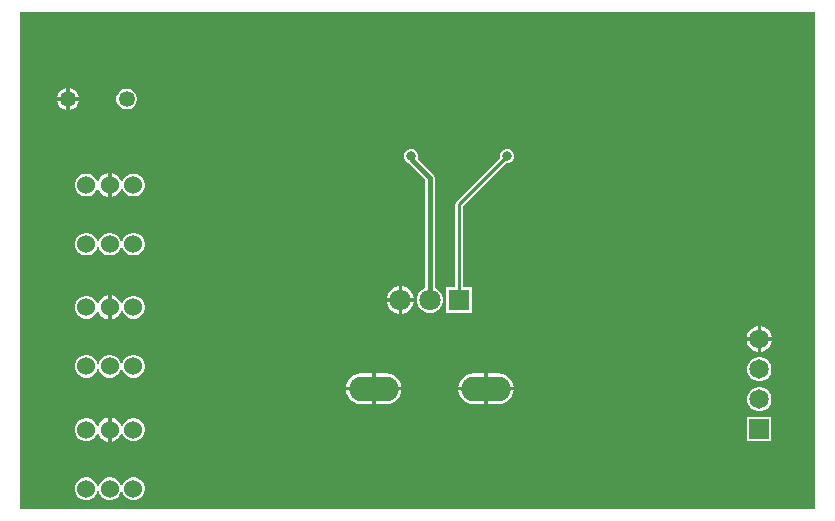
<source format=gbr>
G04*
G04 #@! TF.GenerationSoftware,Altium Limited,Altium Designer,22.4.2 (48)*
G04*
G04 Layer_Physical_Order=1*
G04 Layer_Color=255*
%FSLAX25Y25*%
%MOIN*%
G70*
G04*
G04 #@! TF.SameCoordinates,AD9AAAA9-8C15-4E76-B8C9-5665C563ED73*
G04*
G04*
G04 #@! TF.FilePolarity,Positive*
G04*
G01*
G75*
%ADD10C,0.01000*%
%ADD23C,0.01500*%
%ADD24C,0.06000*%
%ADD25C,0.07087*%
%ADD26R,0.07087X0.07087*%
%ADD27O,0.16535X0.08268*%
%ADD28R,0.06500X0.06500*%
%ADD29C,0.06500*%
%ADD30C,0.05315*%
%ADD31C,0.03150*%
G36*
X479493Y313007D02*
X214507D01*
Y478493D01*
X479493D01*
Y313007D01*
D02*
G37*
%LPC*%
G36*
X231070Y453126D02*
Y450100D01*
X234096D01*
X233879Y450912D01*
X233397Y451746D01*
X232716Y452427D01*
X231882Y452908D01*
X231070Y453126D01*
D02*
G37*
G36*
X229871D02*
X229059Y452908D01*
X228225Y452427D01*
X227544Y451746D01*
X227062Y450912D01*
X226845Y450100D01*
X229871D01*
Y453126D01*
D02*
G37*
G36*
X250609Y452945D02*
X249702D01*
X248826Y452710D01*
X248040Y452257D01*
X247399Y451615D01*
X246945Y450830D01*
X246711Y449954D01*
Y449047D01*
X246945Y448170D01*
X247399Y447385D01*
X248040Y446743D01*
X248826Y446290D01*
X249702Y446055D01*
X250609D01*
X251485Y446290D01*
X252271Y446743D01*
X252912Y447385D01*
X253366Y448170D01*
X253600Y449047D01*
Y449954D01*
X253366Y450830D01*
X252912Y451615D01*
X252271Y452257D01*
X251485Y452710D01*
X250609Y452945D01*
D02*
G37*
G36*
X234096Y448900D02*
X231070D01*
Y445874D01*
X231882Y446092D01*
X232716Y446573D01*
X233397Y447254D01*
X233879Y448088D01*
X234096Y448900D01*
D02*
G37*
G36*
X229871D02*
X226845D01*
X227062Y448088D01*
X227544Y447254D01*
X228225Y446573D01*
X229059Y446092D01*
X229871Y445874D01*
Y448900D01*
D02*
G37*
G36*
X377470Y432862D02*
X376530D01*
X375662Y432503D01*
X374997Y431838D01*
X374638Y430970D01*
Y430030D01*
X374648Y430005D01*
X360072Y415428D01*
X359787Y415002D01*
X359687Y414500D01*
Y386831D01*
X356669D01*
Y378169D01*
X365331D01*
Y386831D01*
X362313D01*
Y413956D01*
X376505Y428148D01*
X376530Y428138D01*
X377470D01*
X378338Y428497D01*
X379003Y429162D01*
X379362Y430030D01*
Y430970D01*
X379003Y431838D01*
X378338Y432503D01*
X377470Y432862D01*
D02*
G37*
G36*
X243900Y424823D02*
X242956Y424570D01*
X242044Y424043D01*
X241299Y423299D01*
X240773Y422387D01*
X240712Y422159D01*
X240194D01*
X240155Y422304D01*
X239657Y423168D01*
X238951Y423873D01*
X238088Y424372D01*
X237125Y424630D01*
X236127D01*
X235164Y424372D01*
X234300Y423873D01*
X233595Y423168D01*
X233097Y422304D01*
X232839Y421341D01*
Y420344D01*
X233097Y419381D01*
X233595Y418517D01*
X234300Y417812D01*
X235164Y417313D01*
X236127Y417055D01*
X237125D01*
X238088Y417313D01*
X238951Y417812D01*
X239657Y418517D01*
X240155Y419381D01*
X240194Y419526D01*
X240712D01*
X240773Y419299D01*
X241299Y418387D01*
X242044Y417642D01*
X242956Y417115D01*
X243900Y416862D01*
Y420843D01*
Y424823D01*
D02*
G37*
G36*
X245100D02*
Y420843D01*
Y416862D01*
X246044Y417115D01*
X246956Y417642D01*
X247701Y418387D01*
X248227Y419299D01*
X248288Y419526D01*
X248806D01*
X248845Y419381D01*
X249343Y418517D01*
X250048Y417812D01*
X250912Y417313D01*
X251875Y417055D01*
X252873D01*
X253836Y417313D01*
X254699Y417812D01*
X255405Y418517D01*
X255903Y419381D01*
X256161Y420344D01*
Y421341D01*
X255903Y422304D01*
X255405Y423168D01*
X254699Y423873D01*
X253836Y424372D01*
X252873Y424630D01*
X251875D01*
X250912Y424372D01*
X250048Y423873D01*
X249343Y423168D01*
X248845Y422304D01*
X248806Y422159D01*
X248288D01*
X248227Y422387D01*
X247701Y423299D01*
X246956Y424043D01*
X246044Y424570D01*
X245100Y424823D01*
D02*
G37*
G36*
X252873Y404945D02*
X251875D01*
X250912Y404687D01*
X250048Y404188D01*
X249343Y403483D01*
X248845Y402619D01*
X248696Y402064D01*
X248178D01*
X248029Y402619D01*
X247531Y403483D01*
X246826Y404188D01*
X245962Y404687D01*
X244999Y404945D01*
X244001D01*
X243038Y404687D01*
X242175Y404188D01*
X241469Y403483D01*
X240971Y402619D01*
X240822Y402064D01*
X240304D01*
X240155Y402619D01*
X239657Y403483D01*
X238951Y404188D01*
X238088Y404687D01*
X237125Y404945D01*
X236127D01*
X235164Y404687D01*
X234300Y404188D01*
X233595Y403483D01*
X233097Y402619D01*
X232839Y401656D01*
Y400659D01*
X233097Y399696D01*
X233595Y398832D01*
X234300Y398127D01*
X235164Y397628D01*
X236127Y397370D01*
X237125D01*
X238088Y397628D01*
X238951Y398127D01*
X239657Y398832D01*
X240155Y399696D01*
X240304Y400251D01*
X240822D01*
X240971Y399696D01*
X241469Y398832D01*
X242175Y398127D01*
X243038Y397628D01*
X244001Y397370D01*
X244999D01*
X245962Y397628D01*
X246826Y398127D01*
X247531Y398832D01*
X248029Y399696D01*
X248178Y400251D01*
X248696D01*
X248845Y399696D01*
X249343Y398832D01*
X250048Y398127D01*
X250912Y397628D01*
X251875Y397370D01*
X252873D01*
X253836Y397628D01*
X254699Y398127D01*
X255405Y398832D01*
X255903Y399696D01*
X256161Y400659D01*
Y401656D01*
X255903Y402619D01*
X255405Y403483D01*
X254699Y404188D01*
X253836Y404687D01*
X252873Y404945D01*
D02*
G37*
G36*
X341915Y387043D02*
Y383100D01*
X345858D01*
X345549Y384254D01*
X344951Y385290D01*
X344105Y386136D01*
X343069Y386734D01*
X341915Y387043D01*
D02*
G37*
G36*
X340715D02*
X339561Y386734D01*
X338525Y386136D01*
X337679Y385290D01*
X337081Y384254D01*
X336772Y383100D01*
X340715D01*
Y387043D01*
D02*
G37*
G36*
X243900Y384073D02*
X242956Y383820D01*
X242044Y383293D01*
X241299Y382549D01*
X240773Y381637D01*
X240712Y381409D01*
X240194D01*
X240155Y381554D01*
X239657Y382418D01*
X238951Y383123D01*
X238088Y383622D01*
X237125Y383880D01*
X236127D01*
X235164Y383622D01*
X234300Y383123D01*
X233595Y382418D01*
X233097Y381554D01*
X232839Y380591D01*
Y379594D01*
X233097Y378631D01*
X233595Y377767D01*
X234300Y377062D01*
X235164Y376563D01*
X236127Y376305D01*
X237125D01*
X238088Y376563D01*
X238951Y377062D01*
X239657Y377767D01*
X240155Y378631D01*
X240194Y378776D01*
X240712D01*
X240773Y378549D01*
X241299Y377637D01*
X242044Y376892D01*
X242956Y376365D01*
X243900Y376112D01*
Y380093D01*
Y384073D01*
D02*
G37*
G36*
X345470Y432862D02*
X344530D01*
X343662Y432503D01*
X342997Y431838D01*
X342638Y430970D01*
Y430030D01*
X342997Y429162D01*
X343662Y428497D01*
X344026Y428346D01*
X344207Y428076D01*
X349590Y422693D01*
Y386563D01*
X349486Y386536D01*
X348498Y385965D01*
X347692Y385159D01*
X347122Y384172D01*
X346827Y383070D01*
Y381930D01*
X347122Y380828D01*
X347692Y379841D01*
X348498Y379035D01*
X349486Y378464D01*
X350587Y378169D01*
X351728D01*
X352829Y378464D01*
X353817Y379035D01*
X354623Y379841D01*
X355193Y380828D01*
X355488Y381930D01*
Y383070D01*
X355193Y384172D01*
X354623Y385159D01*
X353817Y385965D01*
X352829Y386536D01*
X352725Y386563D01*
Y423343D01*
X352606Y423942D01*
X352266Y424451D01*
X347164Y429553D01*
X347362Y430030D01*
Y430970D01*
X347003Y431838D01*
X346338Y432503D01*
X345470Y432862D01*
D02*
G37*
G36*
X345858Y381900D02*
X341915D01*
Y377957D01*
X343069Y378266D01*
X344105Y378865D01*
X344951Y379710D01*
X345549Y380746D01*
X345858Y381900D01*
D02*
G37*
G36*
X340715D02*
X336772D01*
X337081Y380746D01*
X337679Y379710D01*
X338525Y378865D01*
X339561Y378266D01*
X340715Y377957D01*
Y381900D01*
D02*
G37*
G36*
X245100Y384073D02*
Y380093D01*
Y376112D01*
X246044Y376365D01*
X246956Y376892D01*
X247701Y377637D01*
X248227Y378549D01*
X248288Y378776D01*
X248806D01*
X248845Y378631D01*
X249343Y377767D01*
X250048Y377062D01*
X250912Y376563D01*
X251875Y376305D01*
X252873D01*
X253836Y376563D01*
X254699Y377062D01*
X255405Y377767D01*
X255903Y378631D01*
X256161Y379594D01*
Y380591D01*
X255903Y381554D01*
X255405Y382418D01*
X254699Y383123D01*
X253836Y383622D01*
X252873Y383880D01*
X251875D01*
X250912Y383622D01*
X250048Y383123D01*
X249343Y382418D01*
X248845Y381554D01*
X248806Y381410D01*
X248288D01*
X248227Y381637D01*
X247701Y382549D01*
X246956Y383293D01*
X246044Y383820D01*
X245100Y384073D01*
D02*
G37*
G36*
X461600Y373739D02*
Y370100D01*
X465239D01*
X464960Y371140D01*
X464401Y372110D01*
X463610Y372901D01*
X462640Y373460D01*
X461600Y373739D01*
D02*
G37*
G36*
X460400D02*
X459360Y373460D01*
X458390Y372901D01*
X457599Y372110D01*
X457040Y371140D01*
X456761Y370100D01*
X460400D01*
Y373739D01*
D02*
G37*
G36*
X465239Y368900D02*
X461600D01*
Y365261D01*
X462640Y365540D01*
X463610Y366099D01*
X464401Y366890D01*
X464960Y367860D01*
X465239Y368900D01*
D02*
G37*
G36*
X460400D02*
X456761D01*
X457040Y367860D01*
X457599Y366890D01*
X458390Y366099D01*
X459360Y365540D01*
X460400Y365261D01*
Y368900D01*
D02*
G37*
G36*
X252873Y364195D02*
X251875D01*
X250912Y363937D01*
X250048Y363438D01*
X249343Y362733D01*
X248845Y361869D01*
X248696Y361314D01*
X248178D01*
X248029Y361869D01*
X247531Y362733D01*
X246826Y363438D01*
X245962Y363937D01*
X244999Y364195D01*
X244001D01*
X243038Y363937D01*
X242175Y363438D01*
X241469Y362733D01*
X240971Y361869D01*
X240822Y361314D01*
X240304D01*
X240155Y361869D01*
X239657Y362733D01*
X238951Y363438D01*
X238088Y363937D01*
X237125Y364195D01*
X236127D01*
X235164Y363937D01*
X234300Y363438D01*
X233595Y362733D01*
X233097Y361869D01*
X232839Y360906D01*
Y359909D01*
X233097Y358946D01*
X233595Y358082D01*
X234300Y357377D01*
X235164Y356878D01*
X236127Y356620D01*
X237125D01*
X238088Y356878D01*
X238951Y357377D01*
X239657Y358082D01*
X240155Y358946D01*
X240304Y359501D01*
X240822D01*
X240971Y358946D01*
X241469Y358082D01*
X242175Y357377D01*
X243038Y356878D01*
X244001Y356620D01*
X244999D01*
X245962Y356878D01*
X246826Y357377D01*
X247531Y358082D01*
X248029Y358946D01*
X248178Y359501D01*
X248696D01*
X248845Y358946D01*
X249343Y358082D01*
X250048Y357377D01*
X250912Y356878D01*
X251875Y356620D01*
X252873D01*
X253836Y356878D01*
X254699Y357377D01*
X255405Y358082D01*
X255903Y358946D01*
X256161Y359909D01*
Y360906D01*
X255903Y361869D01*
X255405Y362733D01*
X254699Y363438D01*
X253836Y363937D01*
X252873Y364195D01*
D02*
G37*
G36*
X461531Y363537D02*
X460468D01*
X459442Y363262D01*
X458521Y362731D01*
X457769Y361979D01*
X457238Y361058D01*
X456963Y360032D01*
Y358968D01*
X457238Y357942D01*
X457769Y357021D01*
X458521Y356269D01*
X459442Y355738D01*
X460468Y355463D01*
X461531D01*
X462558Y355738D01*
X463479Y356269D01*
X464231Y357021D01*
X464762Y357942D01*
X465037Y358968D01*
Y360032D01*
X464762Y361058D01*
X464231Y361979D01*
X463479Y362731D01*
X462558Y363262D01*
X461531Y363537D01*
D02*
G37*
G36*
X373992Y358151D02*
X370458D01*
Y353572D01*
X379091D01*
X378994Y354313D01*
X378477Y355561D01*
X377654Y356634D01*
X376581Y357457D01*
X375332Y357974D01*
X373992Y358151D01*
D02*
G37*
G36*
X336591D02*
X333057D01*
Y353572D01*
X341690D01*
X341592Y354313D01*
X341075Y355561D01*
X340252Y356634D01*
X339180Y357457D01*
X337931Y357974D01*
X336591Y358151D01*
D02*
G37*
G36*
X331857D02*
X328323D01*
X326983Y357974D01*
X325734Y357457D01*
X324661Y356634D01*
X323838Y355561D01*
X323321Y354313D01*
X323224Y353572D01*
X331857D01*
Y358151D01*
D02*
G37*
G36*
X369258D02*
X365724D01*
X364384Y357974D01*
X363135Y357457D01*
X362063Y356634D01*
X361240Y355561D01*
X360723Y354313D01*
X360625Y353572D01*
X369258D01*
Y358151D01*
D02*
G37*
G36*
X379091Y352372D02*
X370458D01*
Y347794D01*
X373992D01*
X375332Y347971D01*
X376581Y348488D01*
X377654Y349311D01*
X378477Y350383D01*
X378994Y351632D01*
X379091Y352372D01*
D02*
G37*
G36*
X369258D02*
X360625D01*
X360723Y351632D01*
X361240Y350383D01*
X362063Y349311D01*
X363135Y348488D01*
X364384Y347971D01*
X365724Y347794D01*
X369258D01*
Y352372D01*
D02*
G37*
G36*
X341690D02*
X333057D01*
Y347794D01*
X336591D01*
X337931Y347971D01*
X339180Y348488D01*
X340252Y349311D01*
X341075Y350383D01*
X341592Y351632D01*
X341690Y352372D01*
D02*
G37*
G36*
X331857D02*
X323224D01*
X323321Y351632D01*
X323838Y350383D01*
X324661Y349311D01*
X325734Y348488D01*
X326983Y347971D01*
X328323Y347794D01*
X331857D01*
Y352372D01*
D02*
G37*
G36*
X461531Y353537D02*
X460468D01*
X459442Y353262D01*
X458521Y352731D01*
X457769Y351979D01*
X457238Y351058D01*
X456963Y350031D01*
Y348969D01*
X457238Y347942D01*
X457769Y347021D01*
X458521Y346269D01*
X459442Y345738D01*
X460468Y345463D01*
X461531D01*
X462558Y345738D01*
X463479Y346269D01*
X464231Y347021D01*
X464762Y347942D01*
X465037Y348969D01*
Y350031D01*
X464762Y351058D01*
X464231Y351979D01*
X463479Y352731D01*
X462558Y353262D01*
X461531Y353537D01*
D02*
G37*
G36*
X243900Y343323D02*
X242956Y343070D01*
X242044Y342543D01*
X241299Y341799D01*
X240773Y340886D01*
X240712Y340659D01*
X240194D01*
X240155Y340804D01*
X239657Y341668D01*
X238951Y342373D01*
X238088Y342872D01*
X237125Y343130D01*
X236127D01*
X235164Y342872D01*
X234300Y342373D01*
X233595Y341668D01*
X233097Y340804D01*
X232839Y339841D01*
Y338844D01*
X233097Y337881D01*
X233595Y337017D01*
X234300Y336312D01*
X235164Y335813D01*
X236127Y335555D01*
X237125D01*
X238088Y335813D01*
X238951Y336312D01*
X239657Y337017D01*
X240155Y337881D01*
X240194Y338026D01*
X240712D01*
X240773Y337799D01*
X241299Y336887D01*
X242044Y336142D01*
X242956Y335615D01*
X243900Y335362D01*
Y339342D01*
Y343323D01*
D02*
G37*
G36*
X245100D02*
Y339342D01*
Y335362D01*
X246044Y335615D01*
X246956Y336142D01*
X247701Y336887D01*
X248227Y337799D01*
X248288Y338026D01*
X248806D01*
X248845Y337881D01*
X249343Y337017D01*
X250048Y336312D01*
X250912Y335813D01*
X251875Y335555D01*
X252873D01*
X253836Y335813D01*
X254699Y336312D01*
X255405Y337017D01*
X255903Y337881D01*
X256161Y338844D01*
Y339841D01*
X255903Y340804D01*
X255405Y341668D01*
X254699Y342373D01*
X253836Y342872D01*
X252873Y343130D01*
X251875D01*
X250912Y342872D01*
X250048Y342373D01*
X249343Y341668D01*
X248845Y340804D01*
X248806Y340659D01*
X248288D01*
X248227Y340886D01*
X247701Y341799D01*
X246956Y342543D01*
X246044Y343070D01*
X245100Y343323D01*
D02*
G37*
G36*
X465037Y343537D02*
X456963D01*
Y335463D01*
X465037D01*
Y343537D01*
D02*
G37*
G36*
X252873Y323445D02*
X251875D01*
X250912Y323187D01*
X250048Y322688D01*
X249343Y321983D01*
X248845Y321119D01*
X248696Y320564D01*
X248178D01*
X248029Y321119D01*
X247531Y321983D01*
X246826Y322688D01*
X245962Y323187D01*
X244999Y323445D01*
X244001D01*
X243038Y323187D01*
X242175Y322688D01*
X241469Y321983D01*
X240971Y321119D01*
X240822Y320564D01*
X240304D01*
X240155Y321119D01*
X239657Y321983D01*
X238951Y322688D01*
X238088Y323187D01*
X237125Y323445D01*
X236127D01*
X235164Y323187D01*
X234300Y322688D01*
X233595Y321983D01*
X233097Y321119D01*
X232839Y320156D01*
Y319159D01*
X233097Y318196D01*
X233595Y317332D01*
X234300Y316627D01*
X235164Y316128D01*
X236127Y315870D01*
X237125D01*
X238088Y316128D01*
X238951Y316627D01*
X239657Y317332D01*
X240155Y318196D01*
X240304Y318751D01*
X240822D01*
X240971Y318196D01*
X241469Y317332D01*
X242175Y316627D01*
X243038Y316128D01*
X244001Y315870D01*
X244999D01*
X245962Y316128D01*
X246826Y316627D01*
X247531Y317332D01*
X248029Y318196D01*
X248178Y318751D01*
X248696D01*
X248845Y318196D01*
X249343Y317332D01*
X250048Y316627D01*
X250912Y316128D01*
X251875Y315870D01*
X252873D01*
X253836Y316128D01*
X254699Y316627D01*
X255405Y317332D01*
X255903Y318196D01*
X256161Y319159D01*
Y320156D01*
X255903Y321119D01*
X255405Y321983D01*
X254699Y322688D01*
X253836Y323187D01*
X252873Y323445D01*
D02*
G37*
%LPD*%
D10*
X361000Y382500D02*
Y414500D01*
X377000Y430500D01*
D23*
X345000D02*
X345316Y430184D01*
Y429184D02*
Y430184D01*
X351157Y382500D02*
Y423343D01*
X345316Y429184D02*
X351157Y423343D01*
D24*
X236626Y420843D02*
D03*
X244500D02*
D03*
X252374D02*
D03*
X236626Y401158D02*
D03*
X244500D02*
D03*
X252374D02*
D03*
Y319657D02*
D03*
X244500D02*
D03*
X236626D02*
D03*
X252374Y339342D02*
D03*
X244500D02*
D03*
X236626D02*
D03*
X252374Y360407D02*
D03*
X244500D02*
D03*
X236626D02*
D03*
X252374Y380093D02*
D03*
X244500D02*
D03*
X236626D02*
D03*
D25*
X341315Y382500D02*
D03*
X351157D02*
D03*
D26*
X361000D02*
D03*
D27*
X332457Y352972D02*
D03*
X369858D02*
D03*
D28*
X461000Y339500D02*
D03*
D29*
Y349500D02*
D03*
Y359500D02*
D03*
Y369500D02*
D03*
D30*
X250155Y449500D02*
D03*
X230470D02*
D03*
D31*
X377000Y430500D02*
D03*
X345000D02*
D03*
M02*

</source>
